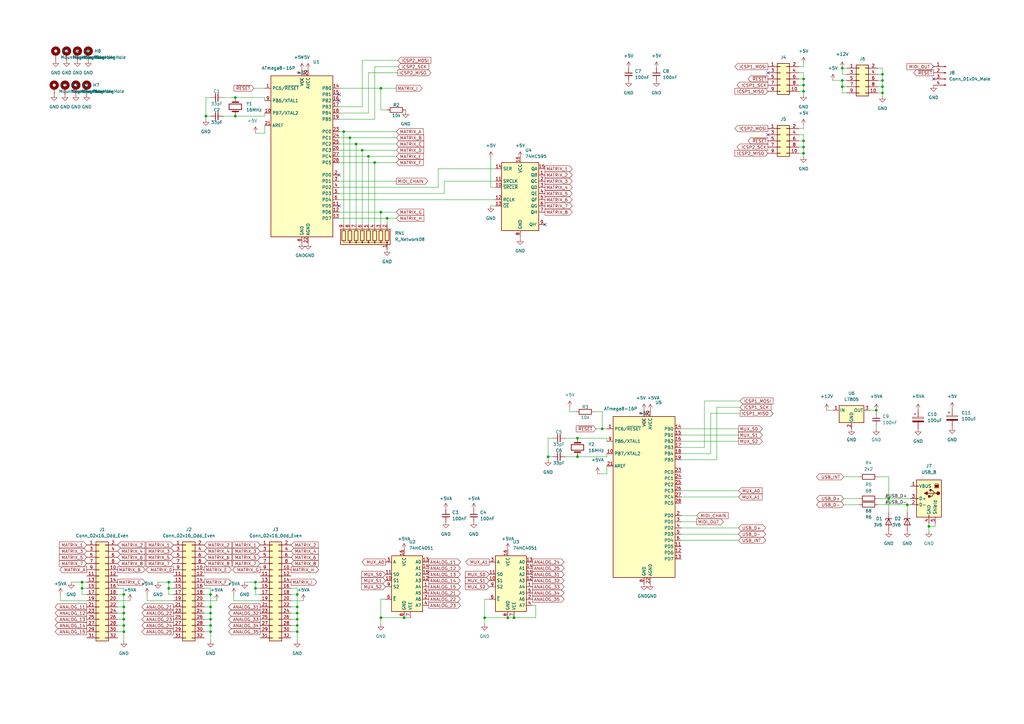
<source format=kicad_sch>
(kicad_sch (version 20211123) (generator eeschema)
  (paper "A3")
  (junction (at 86.36 251.46))
  (junction (at 345.44 35.56))
  (junction (at 208.28 253.365))
  (junction (at 86.36 256.54))
  (junction (at 84.455 47.625))
  (junction (at 146.05 59.055))
  (junction (at 121.92 256.54))
  (junction (at 158.75 89.535))
  (junction (at 361.95 38.1))
  (junction (at 104.775 238.76))
  (junction (at 86.36 248.92))
  (junction (at 140.97 53.975))
  (junction (at 329.565 34.925))
  (junction (at 156.21 36.195))
  (junction (at 329.565 37.465))
  (junction (at 104.775 241.3))
  (junction (at 329.565 32.385))
  (junction (at 364.49 204.47))
  (junction (at 50.8 251.46))
  (junction (at 121.92 248.92))
  (junction (at 361.95 33.02))
  (junction (at 329.565 60.325))
  (junction (at 372.11 207.01))
  (junction (at 329.565 57.785))
  (junction (at 156.21 253.365))
  (junction (at 96.52 40.005))
  (junction (at 143.51 56.515))
  (junction (at 345.44 33.02))
  (junction (at 359.41 168.275))
  (junction (at 86.36 259.08))
  (junction (at 86.36 243.84))
  (junction (at 121.92 243.84))
  (junction (at 50.8 243.84))
  (junction (at 153.67 66.675))
  (junction (at 247.015 175.895))
  (junction (at 121.92 251.46))
  (junction (at 96.52 47.625))
  (junction (at 236.855 179.705))
  (junction (at 33.655 241.3))
  (junction (at 165.735 253.365))
  (junction (at 156.21 86.995))
  (junction (at 121.92 259.08))
  (junction (at 345.44 27.94))
  (junction (at 198.755 253.365))
  (junction (at 69.215 241.3))
  (junction (at 50.8 248.92))
  (junction (at 121.92 254))
  (junction (at 329.565 62.865))
  (junction (at 381 215.9))
  (junction (at 50.8 256.54))
  (junction (at 210.82 253.365))
  (junction (at 33.655 238.76))
  (junction (at 148.59 61.595))
  (junction (at 86.36 254))
  (junction (at 236.855 187.325))
  (junction (at 361.95 30.48))
  (junction (at 69.215 238.76))
  (junction (at 361.95 35.56))
  (junction (at 50.8 254))
  (junction (at 50.8 259.08))
  (junction (at 151.13 64.135))
  (junction (at 224.79 187.325))
  (no_connect (at 314.96 29.845))
  (no_connect (at 139.065 84.455))
  (no_connect (at 139.065 71.755))
  (no_connect (at 139.065 41.275))
  (no_connect (at 139.065 38.735))
  (no_connect (at 314.96 55.245))
  (no_connect (at 223.52 92.075))
  (no_connect (at 382.905 32.385))
  (wire (pts (xy 106.68 243.84) (xy 104.775 243.84)))
  (wire (pts (xy 96.52 47.625) (xy 108.585 47.625)))
  (wire (pts (xy 104.775 54.61) (xy 108.585 54.61)))
  (wire (pts (xy 95.885 246.38) (xy 95.885 243.84)))
  (wire (pts (xy 247.015 168.91) (xy 247.015 175.895)))
  (wire (pts (xy 50.8 248.92) (xy 50.8 251.46)))
  (wire (pts (xy 35.56 238.76) (xy 33.655 238.76)))
  (wire (pts (xy 50.8 256.54) (xy 50.8 259.08)))
  (wire (pts (xy 327.66 62.865) (xy 329.565 62.865)))
  (wire (pts (xy 84.455 40.005) (xy 86.36 40.005)))
  (wire (pts (xy 279.4 216.535) (xy 302.895 216.535)))
  (wire (pts (xy 162.56 74.295) (xy 139.065 74.295)))
  (wire (pts (xy 294.005 188.595) (xy 294.005 167.005)))
  (wire (pts (xy 33.655 243.84) (xy 33.655 241.3)))
  (wire (pts (xy 329.565 60.325) (xy 329.565 62.865)))
  (wire (pts (xy 83.82 254) (xy 86.36 254)))
  (wire (pts (xy 35.56 241.3) (xy 33.655 241.3)))
  (wire (pts (xy 360.045 207.01) (xy 372.11 207.01)))
  (wire (pts (xy 213.36 64.135) (xy 213.36 64.77)))
  (wire (pts (xy 48.26 246.38) (xy 53.34 246.38)))
  (wire (pts (xy 48.26 251.46) (xy 50.8 251.46)))
  (wire (pts (xy 104.775 243.84) (xy 104.775 241.3)))
  (wire (pts (xy 279.4 178.435) (xy 302.895 178.435)))
  (wire (pts (xy 119.38 246.38) (xy 124.46 246.38)))
  (wire (pts (xy 121.92 254) (xy 121.92 256.54)))
  (wire (pts (xy 329.565 37.465) (xy 329.565 38.735)))
  (wire (pts (xy 231.775 179.705) (xy 236.855 179.705)))
  (wire (pts (xy 69.215 243.84) (xy 69.215 241.3)))
  (wire (pts (xy 156.21 253.365) (xy 156.21 245.745)))
  (wire (pts (xy 279.4 175.895) (xy 302.895 175.895)))
  (wire (pts (xy 48.26 248.92) (xy 50.8 248.92)))
  (wire (pts (xy 143.51 56.515) (xy 139.065 56.515)))
  (wire (pts (xy 83.82 241.3) (xy 86.36 241.3)))
  (wire (pts (xy 329.565 32.385) (xy 329.565 34.925)))
  (wire (pts (xy 33.655 238.76) (xy 29.21 238.76)))
  (wire (pts (xy 361.95 30.48) (xy 361.95 33.02)))
  (wire (pts (xy 119.38 248.92) (xy 121.92 248.92)))
  (wire (pts (xy 247.015 175.895) (xy 248.92 175.895)))
  (wire (pts (xy 329.565 62.865) (xy 329.565 64.135)))
  (wire (pts (xy 347.345 27.94) (xy 345.44 27.94)))
  (wire (pts (xy 360.045 204.47) (xy 364.49 204.47)))
  (wire (pts (xy 104.775 241.3) (xy 104.775 238.76)))
  (wire (pts (xy 156.21 245.745) (xy 158.115 245.745)))
  (wire (pts (xy 294.005 167.005) (xy 303.53 167.005)))
  (wire (pts (xy 361.95 27.94) (xy 361.95 30.48)))
  (wire (pts (xy 288.925 164.465) (xy 303.53 164.465)))
  (wire (pts (xy 146.05 59.055) (xy 162.56 59.055)))
  (wire (pts (xy 179.705 69.215) (xy 203.2 69.215)))
  (wire (pts (xy 83.82 248.92) (xy 86.36 248.92)))
  (wire (pts (xy 108.585 54.61) (xy 108.585 51.435)))
  (wire (pts (xy 352.425 195.58) (xy 346.075 195.58)))
  (wire (pts (xy 156.21 45.085) (xy 156.21 36.195)))
  (wire (pts (xy 198.755 255.905) (xy 198.755 253.365)))
  (wire (pts (xy 148.59 24.765) (xy 163.195 24.765)))
  (wire (pts (xy 108.585 47.625) (xy 108.585 46.355)))
  (wire (pts (xy 360.045 27.94) (xy 361.95 27.94)))
  (wire (pts (xy 162.56 64.135) (xy 151.13 64.135)))
  (wire (pts (xy 151.13 64.135) (xy 139.065 64.135)))
  (wire (pts (xy 364.49 204.47) (xy 364.49 195.58)))
  (wire (pts (xy 346.075 207.01) (xy 352.425 207.01)))
  (wire (pts (xy 156.21 255.905) (xy 156.21 253.365)))
  (wire (pts (xy 143.51 56.515) (xy 143.51 92.075)))
  (wire (pts (xy 339.09 168.275) (xy 341.63 168.275)))
  (wire (pts (xy 71.12 241.3) (xy 69.215 241.3)))
  (wire (pts (xy 327.66 52.705) (xy 329.565 52.705)))
  (wire (pts (xy 139.065 36.195) (xy 156.21 36.195)))
  (wire (pts (xy 153.67 27.305) (xy 163.195 27.305)))
  (wire (pts (xy 361.95 38.1) (xy 361.95 39.37)))
  (wire (pts (xy 158.75 89.535) (xy 139.065 89.535)))
  (wire (pts (xy 84.455 48.895) (xy 84.455 47.625)))
  (wire (pts (xy 279.4 180.975) (xy 302.895 180.975)))
  (wire (pts (xy 327.66 34.925) (xy 329.565 34.925)))
  (wire (pts (xy 198.755 253.365) (xy 208.28 253.365)))
  (wire (pts (xy 83.82 259.08) (xy 86.36 259.08)))
  (wire (pts (xy 48.26 259.08) (xy 50.8 259.08)))
  (wire (pts (xy 48.26 254) (xy 50.8 254)))
  (wire (pts (xy 86.36 259.08) (xy 86.36 262.89)))
  (wire (pts (xy 119.38 259.08) (xy 121.92 259.08)))
  (wire (pts (xy 48.26 243.84) (xy 50.8 243.84)))
  (wire (pts (xy 156.21 36.195) (xy 162.56 36.195)))
  (wire (pts (xy 364.49 195.58) (xy 360.045 195.58)))
  (wire (pts (xy 291.465 186.055) (xy 291.465 169.545)))
  (wire (pts (xy 224.79 179.705) (xy 226.695 179.705)))
  (wire (pts (xy 327.66 55.245) (xy 329.565 55.245)))
  (wire (pts (xy 244.475 175.895) (xy 247.015 175.895)))
  (wire (pts (xy 83.82 251.46) (xy 86.36 251.46)))
  (wire (pts (xy 345.44 38.1) (xy 347.345 38.1)))
  (wire (pts (xy 279.4 219.075) (xy 302.895 219.075)))
  (wire (pts (xy 83.82 256.54) (xy 86.36 256.54)))
  (wire (pts (xy 119.38 241.3) (xy 121.92 241.3)))
  (wire (pts (xy 86.36 251.46) (xy 86.36 254)))
  (wire (pts (xy 108.585 40.005) (xy 108.585 41.275)))
  (wire (pts (xy 86.36 248.92) (xy 86.36 251.46)))
  (wire (pts (xy 121.92 248.92) (xy 121.92 243.84)))
  (wire (pts (xy 345.44 27.94) (xy 345.44 30.48)))
  (wire (pts (xy 302.895 203.835) (xy 279.4 203.835)))
  (wire (pts (xy 156.21 86.995) (xy 139.065 86.995)))
  (wire (pts (xy 33.655 241.3) (xy 33.655 238.76)))
  (wire (pts (xy 165.735 253.365) (xy 168.275 253.365)))
  (wire (pts (xy 248.92 194.31) (xy 248.92 191.135)))
  (wire (pts (xy 151.13 29.845) (xy 163.195 29.845)))
  (wire (pts (xy 153.67 48.895) (xy 139.065 48.895)))
  (wire (pts (xy 224.79 188.595) (xy 224.79 187.325)))
  (wire (pts (xy 329.565 55.245) (xy 329.565 57.785)))
  (wire (pts (xy 236.855 179.705) (xy 248.92 179.705)))
  (wire (pts (xy 231.775 187.325) (xy 236.855 187.325)))
  (wire (pts (xy 106.68 246.38) (xy 95.885 246.38)))
  (wire (pts (xy 327.66 29.845) (xy 329.565 29.845)))
  (wire (pts (xy 121.92 248.92) (xy 121.92 251.46)))
  (wire (pts (xy 162.56 89.535) (xy 158.75 89.535)))
  (wire (pts (xy 104.775 238.76) (xy 100.33 238.76)))
  (wire (pts (xy 162.56 86.995) (xy 156.21 86.995)))
  (wire (pts (xy 201.295 64.77) (xy 201.295 76.835)))
  (wire (pts (xy 198.755 245.745) (xy 200.66 245.745)))
  (wire (pts (xy 329.565 34.925) (xy 329.565 37.465)))
  (wire (pts (xy 121.92 243.84) (xy 121.92 241.3)))
  (wire (pts (xy 158.75 89.535) (xy 158.75 92.075)))
  (wire (pts (xy 288.925 183.515) (xy 288.925 164.465)))
  (wire (pts (xy 146.05 59.055) (xy 146.05 92.075)))
  (wire (pts (xy 151.13 64.135) (xy 151.13 92.075)))
  (wire (pts (xy 86.36 254) (xy 86.36 256.54)))
  (wire (pts (xy 364.49 204.47) (xy 364.49 210.185)))
  (wire (pts (xy 48.26 256.54) (xy 50.8 256.54)))
  (wire (pts (xy 285.75 213.995) (xy 279.4 213.995)))
  (wire (pts (xy 210.82 253.365) (xy 219.71 253.365)))
  (wire (pts (xy 139.065 81.915) (xy 203.2 81.915)))
  (wire (pts (xy 148.59 43.815) (xy 139.065 43.815)))
  (wire (pts (xy 60.325 246.38) (xy 60.325 243.84)))
  (wire (pts (xy 279.4 221.615) (xy 302.895 221.615)))
  (wire (pts (xy 360.045 33.02) (xy 361.95 33.02)))
  (wire (pts (xy 329.565 57.785) (xy 329.565 60.325)))
  (wire (pts (xy 329.565 27.305) (xy 329.565 26.035)))
  (wire (pts (xy 69.215 238.76) (xy 64.77 238.76)))
  (wire (pts (xy 153.67 48.895) (xy 153.67 27.305)))
  (wire (pts (xy 208.28 253.365) (xy 210.82 253.365)))
  (wire (pts (xy 224.79 187.325) (xy 224.79 179.705)))
  (wire (pts (xy 359.41 169.545) (xy 359.41 168.275)))
  (wire (pts (xy 50.8 243.84) (xy 50.8 241.3)))
  (wire (pts (xy 71.12 238.76) (xy 69.215 238.76)))
  (wire (pts (xy 71.12 246.38) (xy 60.325 246.38)))
  (wire (pts (xy 345.44 35.56) (xy 345.44 38.1)))
  (wire (pts (xy 381 215.9) (xy 381 214.63)))
  (wire (pts (xy 381 215.9) (xy 383.54 215.9)))
  (wire (pts (xy 139.065 59.055) (xy 146.05 59.055)))
  (wire (pts (xy 158.75 45.085) (xy 156.21 45.085)))
  (wire (pts (xy 119.38 256.54) (xy 121.92 256.54)))
  (wire (pts (xy 83.82 243.84) (xy 86.36 243.84)))
  (wire (pts (xy 346.075 204.47) (xy 352.425 204.47)))
  (wire (pts (xy 121.92 256.54) (xy 121.92 259.08)))
  (wire (pts (xy 139.065 76.835) (xy 179.705 76.835)))
  (wire (pts (xy 91.44 40.005) (xy 96.52 40.005)))
  (wire (pts (xy 361.95 33.02) (xy 361.95 35.56)))
  (wire (pts (xy 182.245 74.295) (xy 203.2 74.295)))
  (wire (pts (xy 71.12 243.84) (xy 69.215 243.84)))
  (wire (pts (xy 69.215 241.3) (xy 69.215 238.76)))
  (wire (pts (xy 139.065 66.675) (xy 153.67 66.675)))
  (wire (pts (xy 156.21 86.995) (xy 156.21 92.075)))
  (wire (pts (xy 248.92 187.325) (xy 248.92 186.055)))
  (wire (pts (xy 291.465 186.055) (xy 279.4 186.055)))
  (wire (pts (xy 148.59 61.595) (xy 139.065 61.595)))
  (wire (pts (xy 359.41 175.895) (xy 359.41 174.625)))
  (wire (pts (xy 285.75 211.455) (xy 279.4 211.455)))
  (wire (pts (xy 245.11 194.31) (xy 248.92 194.31)))
  (wire (pts (xy 151.13 46.355) (xy 151.13 29.845)))
  (wire (pts (xy 345.44 33.02) (xy 347.345 33.02)))
  (wire (pts (xy 86.36 256.54) (xy 86.36 259.08)))
  (wire (pts (xy 119.38 251.46) (xy 121.92 251.46)))
  (wire (pts (xy 166.37 45.085) (xy 166.37 45.72)))
  (wire (pts (xy 162.56 61.595) (xy 148.59 61.595)))
  (wire (pts (xy 327.66 32.385) (xy 329.565 32.385)))
  (wire (pts (xy 329.565 52.705) (xy 329.565 51.435)))
  (wire (pts (xy 302.895 201.295) (xy 279.4 201.295)))
  (wire (pts (xy 50.8 259.08) (xy 50.8 262.89)))
  (wire (pts (xy 121.92 259.08) (xy 121.92 262.89)))
  (wire (pts (xy 198.755 253.365) (xy 198.755 245.745)))
  (wire (pts (xy 106.68 241.3) (xy 104.775 241.3)))
  (wire (pts (xy 360.045 35.56) (xy 361.95 35.56)))
  (wire (pts (xy 24.765 246.38) (xy 24.765 243.84)))
  (wire (pts (xy 381 217.805) (xy 381 215.9)))
  (wire (pts (xy 329.565 29.845) (xy 329.565 32.385)))
  (wire (pts (xy 213.36 97.155) (xy 213.36 97.79)))
  (wire (pts (xy 140.97 53.975) (xy 139.065 53.975)))
  (wire (pts (xy 162.56 53.975) (xy 140.97 53.975)))
  (wire (pts (xy 139.065 79.375) (xy 182.245 79.375)))
  (wire (pts (xy 84.455 47.625) (xy 84.455 40.005)))
  (wire (pts (xy 148.59 43.815) (xy 148.59 24.765)))
  (wire (pts (xy 153.67 66.675) (xy 162.56 66.675)))
  (wire (pts (xy 327.66 37.465) (xy 329.565 37.465)))
  (wire (pts (xy 179.705 76.835) (xy 179.705 69.215)))
  (wire (pts (xy 182.245 79.375) (xy 182.245 74.295)))
  (wire (pts (xy 360.045 38.1) (xy 361.95 38.1)))
  (wire (pts (xy 162.56 56.515) (xy 143.51 56.515)))
  (wire (pts (xy 50.8 251.46) (xy 50.8 254)))
  (wire (pts (xy 345.44 35.56) (xy 347.345 35.56)))
  (wire (pts (xy 83.82 246.38) (xy 88.9 246.38)))
  (wire (pts (xy 219.71 248.285) (xy 218.44 248.285)))
  (wire (pts (xy 86.36 248.92) (xy 86.36 243.84)))
  (wire (pts (xy 236.22 168.91) (xy 233.68 168.91)))
  (wire (pts (xy 236.855 187.325) (xy 248.92 187.325)))
  (wire (pts (xy 201.295 84.455) (xy 203.2 84.455)))
  (wire (pts (xy 121.92 251.46) (xy 121.92 254)))
  (wire (pts (xy 224.79 187.325) (xy 226.695 187.325)))
  (wire (pts (xy 106.68 238.76) (xy 104.775 238.76)))
  (wire (pts (xy 86.36 243.84) (xy 86.36 241.3)))
  (wire (pts (xy 48.26 241.3) (xy 50.8 241.3)))
  (wire (pts (xy 288.925 183.515) (xy 279.4 183.515)))
  (wire (pts (xy 327.66 27.305) (xy 329.565 27.305)))
  (wire (pts (xy 360.045 30.48) (xy 361.95 30.48)))
  (wire (pts (xy 341.63 33.02) (xy 345.44 33.02)))
  (wire (pts (xy 35.56 246.38) (xy 24.765 246.38)))
  (wire (pts (xy 248.92 179.705) (xy 248.92 180.975)))
  (wire (pts (xy 140.97 53.975) (xy 140.97 92.075)))
  (wire (pts (xy 372.11 207.01) (xy 372.11 210.185)))
  (wire (pts (xy 233.68 167.005) (xy 233.68 168.91)))
  (wire (pts (xy 148.59 61.595) (xy 148.59 92.075)))
  (wire (pts (xy 50.8 248.92) (xy 50.8 243.84)))
  (wire (pts (xy 91.44 47.625) (xy 96.52 47.625)))
  (wire (pts (xy 361.95 35.56) (xy 361.95 38.1)))
  (wire (pts (xy 151.13 46.355) (xy 139.065 46.355)))
  (wire (pts (xy 50.8 254) (xy 50.8 256.54)))
  (wire (pts (xy 119.38 254) (xy 121.92 254)))
  (wire (pts (xy 104.14 36.195) (xy 108.585 36.195)))
  (wire (pts (xy 243.84 168.91) (xy 247.015 168.91)))
  (wire (pts (xy 345.44 30.48) (xy 347.345 30.48)))
  (wire (pts (xy 156.21 253.365) (xy 165.735 253.365)))
  (wire (pts (xy 291.465 169.545) (xy 303.53 169.545)))
  (wire (pts (xy 201.295 76.835) (xy 203.2 76.835)))
  (wire (pts (xy 364.49 204.47) (xy 373.38 204.47)))
  (wire (pts (xy 383.54 215.9) (xy 383.54 214.63)))
  (wire (pts (xy 153.67 66.675) (xy 153.67 92.075)))
  (wire (pts (xy 35.56 243.84) (xy 33.655 243.84)))
  (wire (pts (xy 84.455 47.625) (xy 86.36 47.625)))
  (wire (pts (xy 219.71 253.365) (xy 219.71 248.285)))
  (wire (pts (xy 96.52 40.005) (xy 108.585 40.005)))
  (wire (pts (xy 372.11 207.01) (xy 373.38 207.01)))
  (wire (pts (xy 327.66 60.325) (xy 329.565 60.325)))
  (wire (pts (xy 359.41 168.275) (xy 356.87 168.275)))
  (wire (pts (xy 119.38 243.84) (xy 121.92 243.84)))
  (wire (pts (xy 345.44 33.02) (xy 345.44 35.56)))
  (wire (pts (xy 327.66 57.785) (xy 329.565 57.785)))
  (wire (pts (xy 294.005 188.595) (xy 279.4 188.595)))
  (label "#USB_D-" (at 372.11 207.01 180))
  (label "#USB_D+" (at 372.11 204.47 180))
  (global_label "MATRIX_E" (shape input) (at 162.56 64.135 0) (property "Intersheet References" "${INTERSHEET_REFS}" (effects hide)))
  (global_label "USB_D-" (shape bidirectional) (at 346.075 207.01 180) (property "Intersheet References" "${INTERSHEET_REFS}" (effects hide)))
  (global_label "MATRIX_5" (shape input) (at 71.12 228.6 180) (property "Intersheet References" "${INTERSHEET_REFS}" (effects hide)))
  (global_label "ANALOG_14" (shape output) (at 175.895 238.125 0) (property "Intersheet References" "${INTERSHEET_REFS}" (effects hide)))
  (global_label "ANALOG_24" (shape output) (at 71.12 256.54 180) (property "Intersheet References" "${INTERSHEET_REFS}" (effects hide)))
  (global_label "ANALOG_31" (shape output) (at 106.68 248.92 180) (property "Intersheet References" "${INTERSHEET_REFS}" (effects hide)))
  (global_label "MATRIX_H" (shape input) (at 162.56 89.535 0) (property "Intersheet References" "${INTERSHEET_REFS}" (effects hide)))
  (global_label "USB_D+" (shape bidirectional) (at 346.075 204.47 180) (property "Intersheet References" "${INTERSHEET_REFS}" (effects hide)))
  (global_label "MUX_S1" (shape input) (at 200.66 238.125 180) (property "Intersheet References" "${INTERSHEET_REFS}" (effects hide)))
  (global_label "ANALOG_12" (shape output) (at 175.895 233.045 0) (property "Intersheet References" "${INTERSHEET_REFS}" (effects hide)))
  (global_label "MATRIX_B" (shape output) (at 48.26 233.68 0) (property "Intersheet References" "${INTERSHEET_REFS}" (effects hide)))
  (global_label "ANALOG_23" (shape output) (at 71.12 254 180) (property "Intersheet References" "${INTERSHEET_REFS}" (effects hide)))
  (global_label "MATRIX_7" (shape input) (at 106.68 231.14 180) (property "Intersheet References" "${INTERSHEET_REFS}" (effects hide)))
  (global_label "MIDI_CHAIN" (shape output) (at 162.56 74.295 0) (property "Intersheet References" "${INTERSHEET_REFS}" (effects hide)))
  (global_label "MATRIX_A" (shape input) (at 162.56 53.975 0) (property "Intersheet References" "${INTERSHEET_REFS}" (effects hide)))
  (global_label "MATRIX_D" (shape input) (at 162.56 61.595 0) (property "Intersheet References" "${INTERSHEET_REFS}" (effects hide)))
  (global_label "MATRIX_H" (shape output) (at 119.38 233.68 0) (property "Intersheet References" "${INTERSHEET_REFS}" (effects hide)))
  (global_label "ICSP1_SCK" (shape input) (at 303.53 167.005 0) (property "Intersheet References" "${INTERSHEET_REFS}" (effects hide)))
  (global_label "ANALOG_25" (shape output) (at 218.44 233.045 0) (property "Intersheet References" "${INTERSHEET_REFS}" (effects hide)))
  (global_label "MUX_S2" (shape input) (at 158.115 240.665 180) (property "Intersheet References" "${INTERSHEET_REFS}" (effects hide)))
  (global_label "MATRIX_I" (shape output) (at 162.56 36.195 0) (property "Intersheet References" "${INTERSHEET_REFS}" (effects hide)))
  (global_label "MIDI_OUT" (shape input) (at 382.905 27.305 180) (property "Intersheet References" "${INTERSHEET_REFS}" (effects hide)))
  (global_label "MATRIX_7" (shape output) (at 223.52 84.455 0) (property "Intersheet References" "${INTERSHEET_REFS}" (effects hide)))
  (global_label "MATRIX_5" (shape output) (at 223.52 79.375 0) (property "Intersheet References" "${INTERSHEET_REFS}" (effects hide)))
  (global_label "MATRIX_I" (shape output) (at 119.38 238.76 0) (property "Intersheet References" "${INTERSHEET_REFS}" (effects hide)))
  (global_label "MATRIX_E" (shape output) (at 83.82 233.68 0) (property "Intersheet References" "${INTERSHEET_REFS}" (effects hide)))
  (global_label "MATRIX_6" (shape input) (at 119.38 228.6 0) (property "Intersheet References" "${INTERSHEET_REFS}" (effects hide)))
  (global_label "MATRIX_3" (shape input) (at 106.68 226.06 180) (property "Intersheet References" "${INTERSHEET_REFS}" (effects hide)))
  (global_label "USB_D+" (shape bidirectional) (at 302.895 216.535 0) (property "Intersheet References" "${INTERSHEET_REFS}" (effects hide)))
  (global_label "MATRIX_6" (shape input) (at 83.82 228.6 0) (property "Intersheet References" "${INTERSHEET_REFS}" (effects hide)))
  (global_label "ANALOG_11" (shape output) (at 175.895 230.505 0) (property "Intersheet References" "${INTERSHEET_REFS}" (effects hide)))
  (global_label "ICSP2_MISO" (shape output) (at 163.195 29.845 0) (property "Intersheet References" "${INTERSHEET_REFS}" (effects hide)))
  (global_label "MATRIX_2" (shape output) (at 223.52 71.755 0) (property "Intersheet References" "${INTERSHEET_REFS}" (effects hide)))
  (global_label "MATRIX_8" (shape output) (at 223.52 86.995 0) (property "Intersheet References" "${INTERSHEET_REFS}" (effects hide)))
  (global_label "MATRIX_4" (shape input) (at 119.38 226.06 0) (property "Intersheet References" "${INTERSHEET_REFS}" (effects hide)))
  (global_label "ANALOG_33" (shape output) (at 106.68 254 180) (property "Intersheet References" "${INTERSHEET_REFS}" (effects hide)))
  (global_label "MATRIX_1" (shape input) (at 71.12 223.52 180) (property "Intersheet References" "${INTERSHEET_REFS}" (effects hide)))
  (global_label "ICSP2_MOSI" (shape input) (at 163.195 24.765 0) (property "Intersheet References" "${INTERSHEET_REFS}" (effects hide)))
  (global_label "MUX_S2" (shape output) (at 302.895 180.975 0) (property "Intersheet References" "${INTERSHEET_REFS}" (effects hide)))
  (global_label "ICSP2_MOSI" (shape output) (at 314.96 52.705 180) (property "Intersheet References" "${INTERSHEET_REFS}" (effects hide)))
  (global_label "ANALOG_22" (shape output) (at 175.895 245.745 0) (property "Intersheet References" "${INTERSHEET_REFS}" (effects hide)))
  (global_label "MATRIX_4" (shape output) (at 223.52 76.835 0) (property "Intersheet References" "${INTERSHEET_REFS}" (effects hide)))
  (global_label "MATRIX_4" (shape input) (at 48.26 226.06 0) (property "Intersheet References" "${INTERSHEET_REFS}" (effects hide)))
  (global_label "ANALOG_32" (shape output) (at 218.44 238.125 0) (property "Intersheet References" "${INTERSHEET_REFS}" (effects hide)))
  (global_label "ANALOG_35" (shape output) (at 106.68 259.08 180) (property "Intersheet References" "${INTERSHEET_REFS}" (effects hide)))
  (global_label "MATRIX_1" (shape input) (at 35.56 223.52 180) (property "Intersheet References" "${INTERSHEET_REFS}" (effects hide)))
  (global_label "ANALOG_33" (shape output) (at 218.44 240.665 0) (property "Intersheet References" "${INTERSHEET_REFS}" (effects hide)))
  (global_label "MATRIX_4" (shape input) (at 83.82 226.06 0) (property "Intersheet References" "${INTERSHEET_REFS}" (effects hide)))
  (global_label "ICSP2_SCK" (shape input) (at 163.195 27.305 0) (property "Intersheet References" "${INTERSHEET_REFS}" (effects hide)))
  (global_label "ANALOG_22" (shape output) (at 71.12 251.46 180) (property "Intersheet References" "${INTERSHEET_REFS}" (effects hide)))
  (global_label "MATRIX_A" (shape output) (at 35.56 233.68 180) (property "Intersheet References" "${INTERSHEET_REFS}" (effects hide)))
  (global_label "MATRIX_8" (shape input) (at 119.38 231.14 0) (property "Intersheet References" "${INTERSHEET_REFS}" (effects hide)))
  (global_label "ANALOG_34" (shape output) (at 218.44 243.205 0) (property "Intersheet References" "${INTERSHEET_REFS}" (effects hide)))
  (global_label "ANALOG_15" (shape output) (at 35.56 259.08 180) (property "Intersheet References" "${INTERSHEET_REFS}" (effects hide)))
  (global_label "~{RESET}" (shape output) (at 314.96 57.785 180) (property "Intersheet References" "${INTERSHEET_REFS}" (effects hide)))
  (global_label "ANALOG_13" (shape output) (at 35.56 254 180) (property "Intersheet References" "${INTERSHEET_REFS}" (effects hide)))
  (global_label "USB_INT" (shape bidirectional) (at 346.075 195.58 180) (property "Intersheet References" "${INTERSHEET_REFS}" (effects hide)))
  (global_label "MATRIX_2" (shape input) (at 119.38 223.52 0) (property "Intersheet References" "${INTERSHEET_REFS}" (effects hide)))
  (global_label "ANALOG_24" (shape output) (at 218.44 230.505 0) (property "Intersheet References" "${INTERSHEET_REFS}" (effects hide)))
  (global_label "MUX_A0" (shape input) (at 302.895 201.295 0) (property "Intersheet References" "${INTERSHEET_REFS}" (effects hide)))
  (global_label "MATRIX_D" (shape output) (at 71.12 233.68 180) (property "Intersheet References" "${INTERSHEET_REFS}" (effects hide)))
  (global_label "ANALOG_13" (shape output) (at 175.895 235.585 0) (property "Intersheet References" "${INTERSHEET_REFS}" (effects hide)))
  (global_label "MATRIX_2" (shape input) (at 83.82 223.52 0) (property "Intersheet References" "${INTERSHEET_REFS}" (effects hide)))
  (global_label "ICSP2_MISO" (shape input) (at 314.96 62.865 180) (property "Intersheet References" "${INTERSHEET_REFS}" (effects hide)))
  (global_label "~{RESET}" (shape output) (at 314.96 32.385 180) (property "Intersheet References" "${INTERSHEET_REFS}" (effects hide)))
  (global_label "MATRIX_8" (shape input) (at 48.26 231.14 0) (property "Intersheet References" "${INTERSHEET_REFS}" (effects hide)))
  (global_label "~{RESET}" (shape input) (at 104.14 36.195 180) (property "Intersheet References" "${INTERSHEET_REFS}" (effects hide)))
  (global_label "MATRIX_2" (shape input) (at 48.26 223.52 0) (property "Intersheet References" "${INTERSHEET_REFS}" (effects hide)))
  (global_label "MATRIX_C" (shape output) (at 48.26 238.76 0) (property "Intersheet References" "${INTERSHEET_REFS}" (effects hide)))
  (global_label "MUX_S0" (shape output) (at 302.895 175.895 0) (property "Intersheet References" "${INTERSHEET_REFS}" (effects hide)))
  (global_label "ANALOG_31" (shape output) (at 218.44 235.585 0) (property "Intersheet References" "${INTERSHEET_REFS}" (effects hide)))
  (global_label "ANALOG_15" (shape output) (at 175.895 240.665 0) (property "Intersheet References" "${INTERSHEET_REFS}" (effects hide)))
  (global_label "MUX_S1" (shape output) (at 302.895 178.435 0) (property "Intersheet References" "${INTERSHEET_REFS}" (effects hide)))
  (global_label "MATRIX_3" (shape input) (at 71.12 226.06 180) (property "Intersheet References" "${INTERSHEET_REFS}" (effects hide)))
  (global_label "ICSP1_MOSI" (shape output) (at 314.96 27.305 180) (property "Intersheet References" "${INTERSHEET_REFS}" (effects hide)))
  (global_label "ANALOG_21" (shape output) (at 71.12 248.92 180) (property "Intersheet References" "${INTERSHEET_REFS}" (effects hide)))
  (global_label "MATRIX_G" (shape input) (at 162.56 86.995 0) (property "Intersheet References" "${INTERSHEET_REFS}" (effects hide)))
  (global_label "ICSP1_SCK" (shape output) (at 314.96 34.925 180) (property "Intersheet References" "${INTERSHEET_REFS}" (effects hide)))
  (global_label "MUX_S0" (shape input) (at 200.66 235.585 180) (property "Intersheet References" "${INTERSHEET_REFS}" (effects hide)))
  (global_label "USB_INT" (shape bidirectional) (at 302.895 221.615 0) (property "Intersheet References" "${INTERSHEET_REFS}" (effects hide)))
  (global_label "MATRIX_5" (shape input) (at 106.68 228.6 180) (property "Intersheet References" "${INTERSHEET_REFS}" (effects hide)))
  (global_label "ANALOG_25" (shape output) (at 71.12 259.08 180) (property "Intersheet References" "${INTERSHEET_REFS}" (effects hide)))
  (global_label "MATRIX_B" (shape input) (at 162.56 56.515 0) (property "Intersheet References" "${INTERSHEET_REFS}" (effects hide)))
  (global_label "MATRIX_6" (shape input) (at 48.26 228.6 0) (property "Intersheet References" "${INTERSHEET_REFS}" (effects hide)))
  (global_label "ICSP1_MISO" (shape input) (at 314.96 37.465 180) (property "Intersheet References" "${INTERSHEET_REFS}" (effects hide)))
  (global_label "MATRIX_F" (shape output) (at 83.82 238.76 0) (property "Intersheet References" "${INTERSHEET_REFS}" (effects hide)))
  (global_label "MIDI_CHAIN" (shape input) (at 285.75 211.455 0) (property "Intersheet References" "${INTERSHEET_REFS}" (effects hide)))
  (global_label "MATRIX_5" (shape input) (at 35.56 228.6 180) (property "Intersheet References" "${INTERSHEET_REFS}" (effects hide)))
  (global_label "~{RESET}" (shape output) (at 382.905 29.845 180) (property "Intersheet References" "${INTERSHEET_REFS}" (effects hide)))
  (global_label "ANALOG_34" (shape output) (at 106.68 256.54 180) (property "Intersheet References" "${INTERSHEET_REFS}" (effects hide)))
  (global_label "ICSP2_SCK" (shape output) (at 314.96 60.325 180) (property "Intersheet References" "${INTERSHEET_REFS}" (effects hide)))
  (global_label "MATRIX_3" (shape input) (at 35.56 226.06 180) (property "Intersheet References" "${INTERSHEET_REFS}" (effects hide)))
  (global_label "MUX_S0" (shape input) (at 158.115 235.585 180) (property "Intersheet References" "${INTERSHEET_REFS}" (effects hide)))
  (global_label "ICSP1_MOSI" (shape input) (at 303.53 164.465 0) (property "Intersheet References" "${INTERSHEET_REFS}" (effects hide)))
  (global_label "MATRIX_1" (shape input) (at 106.68 223.52 180) (property "Intersheet References" "${INTERSHEET_REFS}" (effects hide)))
  (global_label "ANALOG_12" (shape output) (at 35.56 251.46 180) (property "Intersheet References" "${INTERSHEET_REFS}" (effects hide)))
  (global_label "MUX_A0" (shape output) (at 158.115 230.505 180) (property "Intersheet References" "${INTERSHEET_REFS}" (effects hide)))
  (global_label "MUX_A1" (shape input) (at 302.895 203.835 0) (property "Intersheet References" "${INTERSHEET_REFS}" (effects hide)))
  (global_label "MUX_S2" (shape input) (at 200.66 240.665 180) (property "Intersheet References" "${INTERSHEET_REFS}" (effects hide)))
  (global_label "MATRIX_C" (shape input) (at 162.56 59.055 0) (property "Intersheet References" "${INTERSHEET_REFS}" (effects hide)))
  (global_label "MIDI_OUT" (shape output) (at 285.75 213.995 0) (property "Intersheet References" "${INTERSHEET_REFS}" (effects hide)))
  (global_label "ANALOG_11" (shape output) (at 35.56 248.92 180) (property "Intersheet References" "${INTERSHEET_REFS}" (effects hide)))
  (global_label "ANALOG_35" (shape output) (at 218.44 245.745 0) (property "Intersheet References" "${INTERSHEET_REFS}" (effects hide)))
  (global_label "ANALOG_14" (shape output) (at 35.56 256.54 180) (property "Intersheet References" "${INTERSHEET_REFS}" (effects hide)))
  (global_label "ANALOG_32" (shape output) (at 106.68 251.46 180) (property "Intersheet References" "${INTERSHEET_REFS}" (effects hide)))
  (global_label "MATRIX_F" (shape input) (at 162.56 66.675 0) (property "Intersheet References" "${INTERSHEET_REFS}" (effects hide)))
  (global_label "ANALOG_21" (shape output) (at 175.895 243.205 0) (property "Intersheet References" "${INTERSHEET_REFS}" (effects hide)))
  (global_label "MATRIX_7" (shape input) (at 35.56 231.14 180) (property "Intersheet References" "${INTERSHEET_REFS}" (effects hide)))
  (global_label "ANALOG_23" (shape output) (at 175.895 248.285 0) (property "Intersheet References" "${INTERSHEET_REFS}" (effects hide)))
  (global_label "MUX_S1" (shape input) (at 158.115 238.125 180) (property "Intersheet References" "${INTERSHEET_REFS}" (effects hide)))
  (global_label "MATRIX_1" (shape output) (at 223.52 69.215 0) (property "Intersheet References" "${INTERSHEET_REFS}" (effects hide)))
  (global_label "MATRIX_6" (shape output) (at 223.52 81.915 0) (property "Intersheet References" "${INTERSHEET_REFS}" (effects hide)))
  (global_label "ICSP1_MISO" (shape output) (at 303.53 169.545 0) (property "Intersheet References" "${INTERSHEET_REFS}" (effects hide)))
  (global_label "~{RESET}" (shape input) (at 244.475 175.895 180) (property "Intersheet References" "${INTERSHEET_REFS}" (effects hide)))
  (global_label "USB_D-" (shape bidirectional) (at 302.895 219.075 0) (property "Intersheet References" "${INTERSHEET_REFS}" (effects hide)))
  (global_label "MATRIX_3" (shape output) (at 223.52 74.295 0) (property "Intersheet References" "${INTERSHEET_REFS}" (effects hide)))
  (global_label "MATRIX_G" (shape output) (at 106.68 233.68 180) (property "Intersheet References" "${INTERSHEET_REFS}" (effects hide)))
  (global_label "MATRIX_8" (shape input) (at 83.82 231.14 0) (property "Intersheet References" "${INTERSHEET_REFS}" (effects hide)))
  (global_label "MUX_A1" (shape output) (at 200.66 230.505 180) (property "Intersheet References" "${INTERSHEET_REFS}" (effects hide)))
  (global_label "MATRIX_7" (shape input) (at 71.12 231.14 180) (property "Intersheet References" "${INTERSHEET_REFS}" (effects hide)))
  (symbol (lib_id "power:+5V") (at 390.525 167.64 0) (mirror y) (unit 1)
    (property "Reference" "#PWR072" (effects hide))
    (property "Value" "+5V" (at 390.525 162.56 0))
  )
  (symbol (lib_id "power:GND") (at 29.21 238.76 0) (mirror y) (unit 1)
    (property "Reference" "#PWR06" (effects hide))
    (property "Value" "GND" (at 29.21 243.84 0))
  )
  (symbol (lib_id "Device:C_Polarized") (at 390.525 171.45 0) (unit 1)
    (property "Reference" "C11" (at 394.335 169.2909 0) (effects (justify left)))
    (property "Value" "100uF" (at 394.335 171.8309 0) (effects (justify left)))
    (property "Footprint" "Capacitor_THT:CP_Radial_D8.0mm_P2.50mm" (effects hide))
  )
  (symbol (lib_id "power:+5V") (at 213.36 64.77 0) (mirror y) (unit 1)
    (property "Reference" "#PWR041" (effects hide))
    (property "Value" "+5V" (at 213.36 59.69 0))
  )
  (symbol (lib_id "power:GND") (at 27.305 24.765 0) (mirror y) (unit 1)
    (property "Reference" "#PWR05" (effects hide))
    (property "Value" "GND" (at 27.305 29.845 0))
  )
  (symbol (lib_id "power:+5VA") (at 182.88 208.915 0) (unit 1)
    (property "Reference" "#PWR033" (effects hide))
    (property "Value" "+5VA" (at 182.88 204.47 0))
  )
  (symbol (lib_id "power:+5V") (at 104.775 54.61 0) (mirror y) (unit 1)
    (property "Reference" "#PWR?" (effects hide))
    (property "Value" "+5V" (at 103.505 49.53 0))
  )
  (symbol (lib_id "power:GND") (at 257.81 33.02 0) (unit 1)
    (property "Reference" "#PWR047" (effects hide))
    (property "Value" "GND" (at 257.81 38.1 0))
  )
  (symbol (lib_id "power:+5VA") (at 359.41 168.275 0) (unit 1)
    (property "Reference" "#PWR063" (effects hide))
    (property "Value" "+5VA" (at 359.41 162.56 0))
  )
  (symbol (lib_id "power:+5V") (at 264.16 168.275 0) (mirror y) (unit 1)
    (property "Reference" "#PWR048" (effects hide))
    (property "Value" "+5V" (at 262.89 163.195 0))
  )
  (symbol (lib_id "power:GND") (at 329.565 38.735 0) (mirror y) (unit 1)
    (property "Reference" "#PWR056" (effects hide))
    (property "Value" "GND" (at 329.565 43.815 0))
  )
  (symbol (lib_id "power:GND") (at 213.36 97.79 0) (mirror y) (unit 1)
    (property "Reference" "#PWR042" (effects hide))
    (property "Value" "GND" (at 213.36 102.87 0))
  )
  (symbol (lib_id "power:GND") (at 121.92 262.89 0) (mirror y) (unit 1)
    (property "Reference" "#PWR022" (effects hide))
    (property "Value" "GND" (at 121.92 267.97 0))
  )
  (symbol (lib_id "power:+5VA") (at 266.7 168.275 0) (unit 1)
    (property "Reference" "#PWR051" (effects hide))
    (property "Value" "+5VA" (at 267.97 163.195 0))
  )
  (symbol (lib_id "Mechanical:MountingHole_Pad") (at 31.75 22.225 0) (unit 1)
    (property "Reference" "H6" (at 34.29 20.955 0) (effects (justify left)))
    (property "Value" "MountingHole" (at 34.29 23.4949 0) (effects (justify left)))
    (property "Footprint" "MountingHole:MountingHole_3.2mm_M3_DIN965_Pad" (effects hide))
  )
  (symbol (lib_id "Device:C_Small") (at 257.81 30.48 0) (unit 1)
    (property "Reference" "C7" (at 260.35 29.2162 0) (effects (justify left)))
    (property "Value" "100nF" (at 260.35 31.7562 0) (effects (justify left)))
    (property "Footprint" "Capacitor_THT:C_Rect_L7.0mm_W2.0mm_P5.00mm" (effects hide))
  )
  (symbol (lib_id "Connector_Generic:Conn_02x16_Odd_Even") (at 76.2 241.3 0) (unit 1)
    (property "Reference" "J2" (at 77.47 217.17 0))
    (property "Value" "Conn_02x16_Odd_Even" (at 77.47 219.71 0))
    (property "Footprint" "Connector_IDC:IDC-Header_2x15_P2.54mm_Latch6.5mm_Vertical" (effects hide))
  )
  (symbol (lib_id "Mechanical:MountingHole_Pad") (at 26.67 36.195 0) (unit 1)
    (property "Reference" "H3" (at 29.21 34.9249 0) (effects (justify left)))
    (property "Value" "MountingHole" (at 29.21 37.4649 0) (effects (justify left)))
    (property "Footprint" "MountingHole:MountingHole_3.2mm_M3_DIN965_Pad" (effects hide))
  )
  (symbol (lib_id "Connector_Generic:Conn_02x05_Odd_Even") (at 320.04 57.785 0) (unit 1)
    (property "Reference" "J5" (at 321.31 48.895 0))
    (property "Value" "Conn_02x05_Odd_Even" (effects hide))
    (property "Footprint" "Connector_IDC:IDC-Header_2x05_P2.54mm_Vertical" (effects hide))
  )
  (symbol (lib_id "power:+5VA") (at 88.9 246.38 0) (unit 1)
    (property "Reference" "#PWR017" (effects hide))
    (property "Value" "+5VA" (at 88.9 241.935 0))
  )
  (symbol (lib_id "Device:Crystal") (at 236.855 183.515 90) (unit 1)
    (property "Reference" "Y2" (at 241.3 182.2449 90) (effects (justify right)))
    (property "Value" "16MHz" (at 241.3 184.7849 90) (effects (justify right)))
    (property "Footprint" "Crystal:Crystal_HC18-U_Vertical" (effects hide))
  )
  (symbol (lib_id "power:+5VA") (at 208.28 225.425 0) (unit 1)
    (property "Reference" "#PWR040" (effects hide))
    (property "Value" "+5VA" (at 208.28 220.98 0))
  )
  (symbol (lib_id "power:+5V") (at 123.825 28.575 0) (mirror y) (unit 1)
    (property "Reference" "#PWR023" (effects hide))
    (property "Value" "+5V" (at 122.555 23.495 0))
  )
  (symbol (lib_id "power:GND") (at 372.11 217.805 0) (mirror y) (unit 1)
    (property "Reference" "#PWR067" (effects hide))
    (property "Value" "GND" (at 372.11 222.885 0))
  )
  (symbol (lib_id "Mechanical:MountingHole_Pad") (at 22.225 36.195 0) (unit 1)
    (property "Reference" "H1" (at 24.765 34.9249 0) (effects (justify left)))
    (property "Value" "MountingHole" (at 24.13 37.465 0) (effects (justify left)))
    (property "Footprint" "MountingHole:MountingHole_3.2mm_M3_DIN965_Pad" (effects hide))
  )
  (symbol (lib_id "power:GND") (at 158.75 102.235 0) (mirror y) (unit 1)
    (property "Reference" "#PWR030" (effects hide))
    (property "Value" "GND" (at 158.75 107.315 0))
  )
  (symbol (lib_id "Connector_Generic:Conn_02x05_Odd_Even") (at 320.04 32.385 0) (unit 1)
    (property "Reference" "J4" (at 321.31 23.495 0))
    (property "Value" "Conn_02x05_Odd_Even" (effects hide))
    (property "Footprint" "Connector_IDC:IDC-Header_2x05_P2.54mm_Vertical" (effects hide))
  )
  (symbol (lib_id "Device:R") (at 356.235 195.58 270) (mirror x) (unit 1)
    (property "Reference" "R4" (at 356.235 189.865 90))
    (property "Value" "2k2" (at 356.235 192.405 90))
    (property "Footprint" "Resistor_THT:R_Axial_DIN0207_L6.3mm_D2.5mm_P7.62mm_Horizontal" (effects hide))
  )
  (symbol (lib_id "power:+5V") (at 123.825 34.925 0) (mirror y) (unit 1)
    (property "Reference" "#PWR024" (effects hide))
    (property "Value" "+5V" (at 123.825 29.845 0))
  )
  (symbol (lib_id "power:GND") (at 31.75 24.765 0) (mirror y) (unit 1)
    (property "Reference" "#PWR08" (effects hide))
    (property "Value" "GND" (at 31.75 29.845 0))
  )
  (symbol (lib_id "Mechanical:MountingHole_Pad") (at 35.56 36.195 0) (unit 1)
    (property "Reference" "H7" (at 38.1 34.9249 0) (effects (justify left)))
    (property "Value" "MountingHole" (at 38.1 37.4649 0) (effects (justify left)))
    (property "Footprint" "MountingHole:MountingHole_3.2mm_M3_DIN965_Pad" (effects hide))
  )
  (symbol (lib_id "power:GND") (at 31.115 38.735 0) (mirror y) (unit 1)
    (property "Reference" "#PWR07" (effects hide))
    (property "Value" "GND" (at 31.115 43.815 0))
  )
  (symbol (lib_id "power:GND") (at 349.25 175.895 0) (unit 1)
    (property "Reference" "#PWR062" (effects hide))
    (property "Value" "GND" (at 349.25 180.34 0))
  )
  (symbol (lib_id "MCU_Microchip_ATmega:ATmega8-16P") (at 123.825 64.135 0) (unit 1)
    (property "Reference" "U1" (at 128.3844 25.4 0) (effects (justify left)))
    (property "Value" "ATmega8-16P" (at 107.315 27.94 0) (effects (justify left)))
    (property "Footprint" "Package_DIP:DIP-28_W7.62mm_LongPads" (effects hide))
    (property "Datasheet" "http://ww1.microchip.com/downloads/en/DeviceDoc/atmel-2486-8-bit-avr-microcontroller-atmega8_l_datasheet.pdf" (effects hide))
  )
  (symbol (lib_id "Device:Crystal") (at 96.52 43.815 90) (unit 1)
    (property "Reference" "Y1" (at 100.965 42.5449 90) (effects (justify right)))
    (property "Value" "16MHz" (at 100.965 45.0849 90) (effects (justify right)))
    (property "Footprint" "Crystal:Crystal_HC18-U_Vertical" (effects hide))
  )
  (symbol (lib_id "power:GND") (at 381 217.805 0) (unit 1)
    (property "Reference" "#PWR070" (effects hide))
    (property "Value" "GND" (at 381 222.885 0))
  )
  (symbol (lib_id "power:GND") (at 22.86 24.765 0) (mirror y) (unit 1)
    (property "Reference" "#PWR02" (effects hide))
    (property "Value" "GND" (at 22.86 29.845 0))
  )
  (symbol (lib_id "Device:C_Small") (at 88.9 47.625 90) (unit 1)
    (property "Reference" "C2" (at 88.9 45.085 90))
    (property "Value" "33pF" (at 88.9 50.165 90))
    (property "Footprint" "Capacitor_THT:C_Rect_L7.0mm_W2.0mm_P5.00mm" (effects hide))
  )
  (symbol (lib_id "Device:C_Small") (at 229.235 187.325 90) (unit 1)
    (property "Reference" "C6" (at 229.235 184.785 90))
    (property "Value" "33pF" (at 229.235 189.865 90))
    (property "Footprint" "Capacitor_THT:C_Rect_L7.0mm_W2.0mm_P5.00mm" (effects hide))
  )
  (symbol (lib_id "power:GND") (at 224.79 188.595 0) (mirror y) (unit 1)
    (property "Reference" "#PWR043" (effects hide))
    (property "Value" "GND" (at 224.79 193.675 0))
  )
  (symbol (lib_id "power:GND") (at 126.365 99.695 0) (mirror y) (unit 1)
    (property "Reference" "#PWR028" (effects hide))
    (property "Value" "GND" (at 127 104.775 0))
  )
  (symbol (lib_id "power:+5VA") (at 124.46 246.38 0) (unit 1)
    (property "Reference" "#PWR026" (effects hide))
    (property "Value" "+5VA" (at 124.46 241.935 0))
  )
  (symbol (lib_id "power:GND") (at 100.33 238.76 0) (mirror y) (unit 1)
    (property "Reference" "#PWR020" (effects hide))
    (property "Value" "GND" (at 100.33 243.84 0))
  )
  (symbol (lib_id "power:GND") (at 201.295 84.455 0) (mirror y) (unit 1)
    (property "Reference" "#PWR039" (effects hide))
    (property "Value" "GND" (at 201.295 89.535 0))
  )
  (symbol (lib_id "power:GND") (at 264.16 239.395 0) (mirror y) (unit 1)
    (property "Reference" "#PWR050" (effects hide))
    (property "Value" "GND" (at 263.525 244.475 0))
  )
  (symbol (lib_id "power:GND") (at 123.825 99.695 0) (mirror y) (unit 1)
    (property "Reference" "#PWR025" (effects hide))
    (property "Value" "GND" (at 123.19 104.775 0))
  )
  (symbol (lib_id "power:+5VA") (at 245.11 194.31 0) (unit 1)
    (property "Reference" "#PWR045" (effects hide))
    (property "Value" "+5VA" (at 245.11 188.595 0))
  )
  (symbol (lib_id "power:+5V") (at 341.63 33.02 0) (unit 1)
    (property "Reference" "#PWR060" (effects hide))
    (property "Value" "+5V" (at 341.63 27.94 0))
  )
  (symbol (lib_id "74xx:74HC4051") (at 165.735 238.125 0) (unit 1)
    (property "Reference" "U2" (at 167.7544 222.25 0) (effects (justify left)))
    (property "Value" "74HC4051" (at 167.7544 224.79 0) (effects (justify left)))
    (property "Footprint" "Package_DIP:DIP-16_W7.62mm_LongPads" (effects hide))
    (property "Datasheet" "http://www.ti.com/lit/ds/symlink/cd74hc4051.pdf" (effects hide))
  )
  (symbol (lib_id "power:+5V") (at 269.24 27.94 0) (unit 1)
    (property "Reference" "#PWR053" (effects hide))
    (property "Value" "+5V" (at 269.24 22.86 0))
  )
  (symbol (lib_id "power:GND") (at 359.41 175.895 0) (unit 1)
    (property "Reference" "#PWR064" (effects hide))
    (property "Value" "GND" (at 359.41 180.34 0))
  )
  (symbol (lib_id "power:GND") (at 182.88 213.995 0) (unit 1)
    (property "Reference" "#PWR034" (effects hide))
    (property "Value" "GND" (at 182.88 219.075 0))
  )
  (symbol (lib_id "power:+5V") (at 329.565 51.435 0) (mirror y) (unit 1)
    (property "Reference" "#PWR057" (effects hide))
    (property "Value" "+5V" (at 329.565 46.355 0))
  )
  (symbol (lib_id "Mechanical:MountingHole_Pad") (at 22.86 22.225 0) (unit 1)
    (property "Reference" "H2" (at 25.4 20.9549 0) (effects (justify left)))
    (property "Value" "MountingHole" (at 24.765 23.495 0) (effects (justify left)))
    (property "Footprint" "MountingHole:MountingHole_3.2mm_M3_DIN965_Pad" (effects hide))
  )
  (symbol (lib_id "power:GND") (at 364.49 217.805 0) (mirror y) (unit 1)
    (property "Reference" "#PWR066" (effects hide))
    (property "Value" "GND" (at 364.49 222.885 0))
  )
  (symbol (lib_id "power:GND") (at 166.37 45.72 0) (mirror y) (unit 1)
    (property "Reference" "#PWR032" (effects hide))
    (property "Value" "GND" (at 166.37 50.8 0))
  )
  (symbol (lib_id "power:+5V") (at 201.295 64.77 0) (mirror y) (unit 1)
    (property "Reference" "#PWR038" (effects hide))
    (property "Value" "+5V" (at 201.295 59.69 0))
  )
  (symbol (lib_id "power:+5VA") (at 95.885 243.84 0) (unit 1)
    (property "Reference" "#PWR019" (effects hide))
    (property "Value" "+5VA" (at 95.885 239.395 0))
  )
  (symbol (lib_id "power:+5V") (at 257.81 27.94 0) (unit 1)
    (property "Reference" "#PWR046" (effects hide))
    (property "Value" "+5V" (at 257.81 22.86 0))
  )
  (symbol (lib_id "power:GND") (at 36.195 24.765 0) (mirror y) (unit 1)
    (property "Reference" "#PWR010" (effects hide))
    (property "Value" "GND" (at 36.195 29.845 0))
  )
  (symbol (lib_id "power:+5V") (at 264.16 174.625 0) (mirror y) (unit 1)
    (property "Reference" "#PWR049" (effects hide))
    (property "Value" "+5V" (at 264.16 169.545 0))
  )
  (symbol (lib_id "power:GND") (at 382.905 34.925 0) (mirror y) (unit 1)
    (property "Reference" "#PWR071" (effects hide))
    (property "Value" "GND" (at 382.905 40.005 0))
  )
  (symbol (lib_id "Connector_Generic:Conn_02x16_Odd_Even") (at 40.64 241.3 0) (unit 1)
    (property "Reference" "J1" (at 41.91 217.17 0))
    (property "Value" "Conn_02x16_Odd_Even" (at 41.91 219.71 0))
    (property "Footprint" "Connector_IDC:IDC-Header_2x15_P2.54mm_Latch6.5mm_Vertical" (effects hide))
  )
  (symbol (lib_id "Device:C_Small") (at 182.88 211.455 0) (unit 1)
    (property "Reference" "C3" (at 185.42 210.1912 0) (effects (justify left)))
    (property "Value" "100nF" (at 185.42 212.7312 0) (effects (justify left)))
    (property "Footprint" "Capacitor_THT:C_Rect_L7.0mm_W2.0mm_P5.00mm" (effects hide))
  )
  (symbol (lib_id "Regulator_Linear:L7805") (at 349.25 168.275 0) (unit 1)
    (property "Reference" "U6" (at 349.25 161.29 0))
    (property "Value" "L7805" (at 349.25 163.83 0))
    (property "Footprint" "Package_TO_SOT_THT:TO-220-3_Horizontal_TabDown" (effects hide))
    (property "Datasheet" "http://www.st.com/content/ccc/resource/technical/document/datasheet/41/4f/b3/b0/12/d4/47/88/CD00000444.pdf/files/CD00000444.pdf/jcr:content/translations/en.CD00000444.pdf" (effects hide))
  )
  (symbol (lib_id "Device:R") (at 356.235 207.01 270) (mirror x) (unit 1)
    (property "Reference" "R6" (at 356.235 212.09 90))
    (property "Value" "68" (at 356.235 209.55 90))
    (property "Footprint" "Resistor_THT:R_Axial_DIN0207_L6.3mm_D2.5mm_P7.62mm_Horizontal" (effects hide))
  )
  (symbol (lib_id "power:+5V") (at 126.365 28.575 0) (mirror y) (unit 1)
    (property "Reference" "#PWR?" (effects hide))
    (property "Value" "+5V" (at 125.095 23.495 0))
  )
  (symbol (lib_id "Connector_Generic:Conn_02x05_Odd_Even") (at 352.425 33.02 0) (unit 1)
    (property "Reference" "J6" (at 353.695 24.13 0))
    (property "Value" "Conn_02x05_Odd_Even" (effects hide))
    (property "Footprint" "Connector_IDC:IDC-Header_2x05_P2.54mm_Latch_Vertical" (effects hide))
  )
  (symbol (lib_id "power:+5VA") (at 24.765 243.84 0) (unit 1)
    (property "Reference" "#PWR03" (effects hide))
    (property "Value" "+5VA" (at 24.765 239.395 0))
  )
  (symbol (lib_id "power:+5V") (at 233.68 167.005 0) (mirror y) (unit 1)
    (property "Reference" "#PWR044" (effects hide))
    (property "Value" "+5V" (at 233.68 161.925 0))
  )
  (symbol (lib_id "power:+12V") (at 339.09 168.275 0) (unit 1)
    (property "Reference" "#PWR059" (effects hide))
    (property "Value" "+12V" (at 339.09 162.56 0))
  )
  (symbol (lib_id "Device:C_Polarized") (at 376.555 172.085 0) (unit 1)
    (property "Reference" "C10" (at 380.365 169.9259 0) (effects (justify left)))
    (property "Value" "100uF" (at 380.365 172.4659 0) (effects (justify left)))
    (property "Footprint" "Capacitor_THT:CP_Radial_D8.0mm_P2.50mm" (effects hide))
  )
  (symbol (lib_id "power:GND") (at 329.565 64.135 0) (mirror y) (unit 1)
    (property "Reference" "#PWR058" (effects hide))
    (property "Value" "GND" (at 329.565 69.215 0))
  )
  (symbol (lib_id "Device:C_Small") (at 269.24 30.48 0) (unit 1)
    (property "Reference" "C8" (at 271.78 29.2162 0) (effects (justify left)))
    (property "Value" "100nF" (at 271.78 31.7562 0) (effects (justify left)))
    (property "Footprint" "Capacitor_THT:C_Rect_L7.0mm_W2.0mm_P5.00mm" (effects hide))
  )
  (symbol (lib_id "power:+5VA") (at 165.735 225.425 0) (unit 1)
    (property "Reference" "#PWR031" (effects hide))
    (property "Value" "+5VA" (at 165.735 220.98 0))
  )
  (symbol (lib_id "Device:C_Small") (at 88.9 40.005 90) (unit 1)
    (property "Reference" "C1" (at 88.9 37.465 90))
    (property "Value" "33pF" (at 88.9 42.545 90))
    (property "Footprint" "Capacitor_THT:C_Rect_L7.0mm_W2.0mm_P5.00mm" (effects hide))
  )
  (symbol (lib_id "Device:R") (at 162.56 45.085 90) (unit 1)
    (property "Reference" "R2" (at 162.56 43.053 90))
    (property "Value" "10k" (at 162.56 47.371 90))
    (property "Footprint" "Resistor_THT:R_Axial_DIN0204_L3.6mm_D1.6mm_P2.54mm_Vertical" (effects hide))
  )
  (symbol (lib_id "Connector_Generic:Conn_02x16_Odd_Even") (at 111.76 241.3 0) (unit 1)
    (property "Reference" "J3" (at 113.03 217.17 0))
    (property "Value" "Conn_02x16_Odd_Even" (at 113.03 219.71 0))
    (property "Footprint" "Connector_IDC:IDC-Header_2x15_P2.54mm_Latch6.5mm_Vertical" (effects hide))
  )
  (symbol (lib_id "power:GND") (at 50.8 262.89 0) (mirror y) (unit 1)
    (property "Reference" "#PWR011" (effects hide))
    (property "Value" "GND" (at 50.8 267.97 0))
  )
  (symbol (lib_id "Mechanical:MountingHole_Pad") (at 27.305 22.225 0) (unit 1)
    (property "Reference" "H4" (at 29.845 20.9549 0) (effects (justify left)))
    (property "Value" "MountingHole" (at 29.845 23.4949 0) (effects (justify left)))
    (property "Footprint" "MountingHole:MountingHole_3.2mm_M3_DIN965_Pad" (effects hide))
  )
  (symbol (lib_id "MCU_Microchip_ATmega:ATmega8-16P") (at 264.16 203.835 0) (unit 1)
    (property "Reference" "U5" (at 268.7194 165.1 0) (effects (justify left)))
    (property "Value" "ATmega8-16P" (at 247.65 167.64 0) (effects (justify left)))
    (property "Footprint" "Package_DIP:DIP-28_W7.62mm_LongPads" (effects hide))
    (property "Datasheet" "http://ww1.microchip.com/downloads/en/DeviceDoc/atmel-2486-8-bit-avr-microcontroller-atmega8_l_datasheet.pdf" (effects hide))
  )
  (symbol (lib_id "power:GND") (at 269.24 33.02 0) (unit 1)
    (property "Reference" "#PWR054" (effects hide))
    (property "Value" "GND" (at 269.24 38.1 0))
  )
  (symbol (lib_id "power:GND") (at 156.21 255.905 0) (mirror y) (unit 1)
    (property "Reference" "#PWR029" (effects hide))
    (property "Value" "GND" (at 156.21 260.985 0))
  )
  (symbol (lib_id "Device:C_Small") (at 229.235 179.705 90) (unit 1)
    (property "Reference" "C5" (at 229.235 177.165 90))
    (property "Value" "33pF" (at 229.235 182.245 90))
    (property "Footprint" "Capacitor_THT:C_Rect_L7.0mm_W2.0mm_P5.00mm" (effects hide))
  )
  (symbol (lib_id "power:GND") (at 64.77 238.76 0) (mirror y) (unit 1)
    (property "Reference" "#PWR014" (effects hide))
    (property "Value" "GND" (at 64.77 243.84 0))
  )
  (symbol (lib_id "power:+5VA") (at 60.325 243.84 0) (unit 1)
    (property "Reference" "#PWR013" (effects hide))
    (property "Value" "+5VA" (at 60.325 239.395 0))
  )
  (symbol (lib_id "power:GND") (at 26.67 38.735 0) (mirror y) (unit 1)
    (property "Reference" "#PWR04" (effects hide))
    (property "Value" "GND" (at 26.67 43.815 0))
  )
  (symbol (lib_id "power:GND") (at 266.7 239.395 0) (mirror y) (unit 1)
    (property "Reference" "#PWR052" (effects hide))
    (property "Value" "GND" (at 267.335 244.475 0))
  )
  (symbol (lib_id "power:GND") (at 22.225 38.735 0) (mirror y) (unit 1)
    (property "Reference" "#PWR01" (effects hide))
    (property "Value" "GND" (at 22.225 43.815 0))
  )
  (symbol (lib_id "power:GND") (at 86.36 262.89 0) (mirror y) (unit 1)
    (property "Reference" "#PWR016" (effects hide))
    (property "Value" "GND" (at 86.36 267.97 0))
  )
  (symbol (lib_id "Mechanical:MountingHole_Pad") (at 36.195 22.225 0) (unit 1)
    (property "Reference" "H8" (at 38.735 20.9549 0) (effects (justify left)))
    (property "Value" "MountingHole" (at 38.735 23.4949 0) (effects (justify left)))
    (property "Footprint" "MountingHole:MountingHole_3.2mm_M3_DIN965_Pad" (effects hide))
  )
  (symbol (lib_id "Device:R_Network08") (at 148.59 97.155 180) (unit 1)
    (property "Reference" "RN1" (at 161.925 95.6309 0) (effects (justify right)))
    (property "Value" "R_Network08" (at 161.925 98.1709 0) (effects (justify right)))
    (property "Footprint" "Resistor_THT:R_Array_SIP9" (effects hide))
    (property "Datasheet" "http://www.vishay.com/docs/31509/csc.pdf" (effects hide))
  )
  (symbol (lib_id "74xx:74HC4051") (at 208.28 238.125 0) (unit 1)
    (property "Reference" "U3" (at 210.2994 222.25 0) (effects (justify left)))
    (property "Value" "74HC4051" (at 210.2994 224.79 0) (effects (justify left)))
    (property "Footprint" "Package_DIP:DIP-16_W7.62mm_LongPads" (effects hide))
    (property "Datasheet" "http://www.ti.com/lit/ds/symlink/cd74hc4051.pdf" (effects hide))
  )
  (symbol (lib_id "power:+5VA") (at 376.555 168.275 0) (unit 1)
    (property "Reference" "#PWR068" (effects hide))
    (property "Value" "+5VA" (at 376.555 162.56 0))
  )
  (symbol (lib_id "power:+12V") (at 345.44 27.94 0) (unit 1)
    (property "Reference" "#PWR061" (effects hide))
    (property "Value" "+12V" (at 345.44 22.225 0))
  )
  (symbol (lib_id "Device:D_Zener") (at 364.49 213.995 90) (mirror x) (unit 1)
    (property "Reference" "D1" (at 361.95 212.7249 90) (effects (justify left)))
    (property "Value" "3V6" (at 361.95 215.2649 90) (effects (justify left)))
    (property "Footprint" "Diode_THT:D_DO-35_SOD27_P10.16mm_Horizontal" (effects hide))
  )
  (symbol (lib_id "power:GND") (at 361.95 39.37 0) (mirror y) (unit 1)
    (property "Reference" "#PWR065" (effects hide))
    (property "Value" "GND" (at 361.95 44.45 0))
  )
  (symbol (lib_id "power:GND") (at 390.525 175.26 0) (unit 1)
    (property "Reference" "#PWR073" (effects hide))
    (property "Value" "GND" (at 390.525 180.34 0))
  )
  (symbol (lib_id "power:+5VA") (at 53.34 246.38 0) (unit 1)
    (property "Reference" "#PWR012" (effects hide))
    (property "Value" "+5VA" (at 53.34 241.935 0))
  )
  (symbol (lib_id "Device:C_Small") (at 194.31 211.455 0) (unit 1)
    (property "Reference" "C4" (at 196.85 210.1912 0) (effects (justify left)))
    (property "Value" "100nF" (at 196.85 212.7312 0) (effects (justify left)))
    (property "Footprint" "Capacitor_THT:C_Rect_L7.0mm_W2.0mm_P5.00mm" (effects hide))
  )
  (symbol (lib_id "power:+5VA") (at 194.31 208.915 0) (unit 1)
    (property "Reference" "#PWR035" (effects hide))
    (property "Value" "+5VA" (at 194.31 204.47 0))
  )
  (symbol (lib_id "74xx:74HC595") (at 213.36 79.375 0) (unit 1)
    (property "Reference" "U4" (at 215.3794 61.595 0) (effects (justify left)))
    (property "Value" "74HC595" (at 215.3794 64.135 0) (effects (justify left)))
    (property "Footprint" "Package_DIP:DIP-16_W10.16mm_LongPads" (effects hide))
    (property "Datasheet" "http://www.ti.com/lit/ds/symlink/sn74hc595.pdf" (effects hide))
  )
  (symbol (lib_id "Device:C_Small") (at 359.41 172.085 0) (unit 1)
    (property "Reference" "C9" (at 361.95 170.8212 0) (effects (justify left)))
    (property "Value" "100nF" (at 361.95 173.3612 0) (effects (justify left)))
    (property "Footprint" "Capacitor_THT:C_Rect_L7.0mm_W2.0mm_P5.00mm" (effects hide))
  )
  (symbol (lib_id "Connector:Conn_01x04_Male") (at 387.985 29.845 0) (mirror y) (unit 1)
    (property "Reference" "J8" (at 389.255 29.8449 0) (effects (justify right)))
    (property "Value" "Conn_01x04_Male" (at 389.255 32.3849 0) (effects (justify right)))
    (property "Footprint" "Connector_JST:JST_EH_B4B-EH-A_1x04_P2.50mm_Vertical" (effects hide))
  )
  (symbol (lib_id "power:GND") (at 84.455 48.895 0) (mirror y) (unit 1)
    (property "Reference" "#PWR015" (effects hide))
    (property "Value" "GND" (at 84.455 53.975 0))
  )
  (symbol (lib_id "Connector:USB_B") (at 381 204.47 0) (mirror y) (unit 1)
    (property "Reference" "J7" (at 381 191.135 0))
    (property "Value" "USB_B" (at 381 193.675 0))
    (property "Footprint" "Connector_USB:USB_B_Lumberg_2411_02_Horizontal" (effects hide))
    (property "Datasheet" " ~" (effects hide))
  )
  (symbol (lib_id "power:GND") (at 376.555 175.895 0) (unit 1)
    (property "Reference" "#PWR069" (effects hide))
    (property "Value" "GND" (at 376.555 180.975 0))
  )
  (symbol (lib_id "power:GND") (at 35.56 38.735 0) (mirror y) (unit 1)
    (property "Reference" "#PWR09" (effects hide))
    (property "Value" "GND" (at 35.56 43.815 0))
  )
  (symbol (lib_id "Device:R") (at 356.235 204.47 270) (mirror x) (unit 1)
    (property "Reference" "R5" (at 356.235 198.755 90))
    (property "Value" "68" (at 356.235 201.295 90))
    (property "Footprint" "Resistor_THT:R_Axial_DIN0207_L6.3mm_D2.5mm_P7.62mm_Horizontal" (effects hide))
  )
  (symbol (lib_id "power:+5V") (at 329.565 26.035 0) (mirror y) (unit 1)
    (property "Reference" "#PWR055" (effects hide))
    (property "Value" "+5V" (at 329.565 20.955 0))
  )
  (symbol (lib_id "Mechanical:MountingHole_Pad") (at 31.115 36.195 0) (unit 1)
    (property "Reference" "H5" (at 33.655 34.925 0) (effects (justify left)))
    (property "Value" "MountingHole" (at 33.655 37.4649 0) (effects (justify left)))
    (property "Footprint" "MountingHole:MountingHole_3.2mm_M3_DIN965_Pad" (effects hide))
  )
  (symbol (lib_id "power:GND") (at 194.31 213.995 0) (unit 1)
    (property "Reference" "#PWR036" (effects hide))
    (property "Value" "GND" (at 194.31 219.075 0))
  )
  (symbol (lib_id "Device:D_Zener") (at 372.11 213.995 90) (mirror x) (unit 1)
    (property "Reference" "D2" (at 369.57 212.7249 90) (effects (justify left)))
    (property "Value" "3V6" (at 369.57 215.2649 90) (effects (justify left)))
    (property "Footprint" "Diode_THT:D_DO-35_SOD27_P10.16mm_Horizontal" (effects hide))
  )
  (symbol (lib_id "power:GND") (at 198.755 255.905 0) (mirror y) (unit 1)
    (property "Reference" "#PWR037" (effects hide))
    (property "Value" "GND" (at 198.755 260.985 0))
  )
  (symbol (lib_id "Device:R") (at 240.03 168.91 90) (unit 1)
    (property "Reference" "R3" (at 240.03 166.878 90))
    (property "Value" "10k" (at 240.03 171.196 90))
    (property "Footprint" "Resistor_THT:R_Axial_DIN0204_L3.6mm_D1.6mm_P2.54mm_Vertical" (effects hide))
  )
)
</source>
